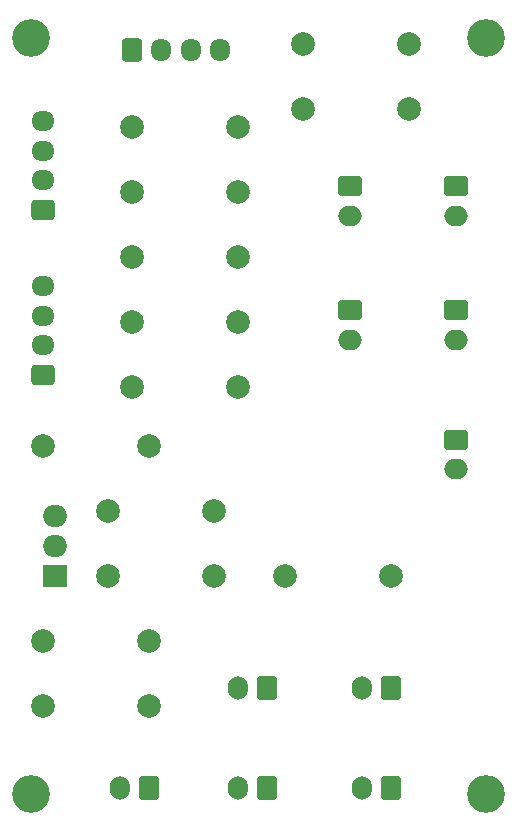
<source format=gbr>
%TF.GenerationSoftware,KiCad,Pcbnew,(6.0.7)*%
%TF.CreationDate,2022-08-05T13:32:27+01:00*%
%TF.ProjectId,ir_sensor,69725f73-656e-4736-9f72-2e6b69636164,rev?*%
%TF.SameCoordinates,Original*%
%TF.FileFunction,Soldermask,Bot*%
%TF.FilePolarity,Negative*%
%FSLAX46Y46*%
G04 Gerber Fmt 4.6, Leading zero omitted, Abs format (unit mm)*
G04 Created by KiCad (PCBNEW (6.0.7)) date 2022-08-05 13:32:27*
%MOMM*%
%LPD*%
G01*
G04 APERTURE LIST*
G04 Aperture macros list*
%AMRoundRect*
0 Rectangle with rounded corners*
0 $1 Rounding radius*
0 $2 $3 $4 $5 $6 $7 $8 $9 X,Y pos of 4 corners*
0 Add a 4 corners polygon primitive as box body*
4,1,4,$2,$3,$4,$5,$6,$7,$8,$9,$2,$3,0*
0 Add four circle primitives for the rounded corners*
1,1,$1+$1,$2,$3*
1,1,$1+$1,$4,$5*
1,1,$1+$1,$6,$7*
1,1,$1+$1,$8,$9*
0 Add four rect primitives between the rounded corners*
20,1,$1+$1,$2,$3,$4,$5,0*
20,1,$1+$1,$4,$5,$6,$7,0*
20,1,$1+$1,$6,$7,$8,$9,0*
20,1,$1+$1,$8,$9,$2,$3,0*%
G04 Aperture macros list end*
%ADD10R,2.000000X1.905000*%
%ADD11O,2.000000X1.905000*%
%ADD12C,3.200000*%
%ADD13C,2.000000*%
%ADD14RoundRect,0.250000X-0.750000X0.600000X-0.750000X-0.600000X0.750000X-0.600000X0.750000X0.600000X0*%
%ADD15O,2.000000X1.700000*%
%ADD16RoundRect,0.250000X0.600000X0.750000X-0.600000X0.750000X-0.600000X-0.750000X0.600000X-0.750000X0*%
%ADD17O,1.700000X2.000000*%
%ADD18RoundRect,0.250000X0.725000X-0.600000X0.725000X0.600000X-0.725000X0.600000X-0.725000X-0.600000X0*%
%ADD19O,1.950000X1.700000*%
%ADD20RoundRect,0.250000X-0.600000X-0.725000X0.600000X-0.725000X0.600000X0.725000X-0.600000X0.725000X0*%
%ADD21O,1.700000X1.950000*%
G04 APERTURE END LIST*
D10*
%TO.C,Q1*%
X87500000Y-74500000D03*
D11*
X87500000Y-71960000D03*
X87500000Y-69420000D03*
%TD*%
D12*
%TO.C,REF\u002A\u002A*%
X124000000Y-29000000D03*
%TD*%
%TO.C,REF\u002A\u002A*%
X85500000Y-93000000D03*
%TD*%
%TO.C,REF\u002A\u002A*%
X124000000Y-93000000D03*
%TD*%
%TO.C,REF\u002A\u002A*%
X85500000Y-29000000D03*
%TD*%
D13*
%TO.C,R13*%
X103000000Y-53000000D03*
X94000000Y-53000000D03*
%TD*%
%TO.C,R12*%
X103000000Y-58500000D03*
X94000000Y-58500000D03*
%TD*%
%TO.C,R11*%
X103000000Y-42000000D03*
X94000000Y-42000000D03*
%TD*%
%TO.C,R10*%
X103000000Y-47500000D03*
X94000000Y-47500000D03*
%TD*%
%TO.C,R9*%
X108500000Y-35000000D03*
X117500000Y-35000000D03*
%TD*%
%TO.C,R8*%
X108500000Y-29500000D03*
X117500000Y-29500000D03*
%TD*%
%TO.C,R7*%
X116000000Y-74500000D03*
X107000000Y-74500000D03*
%TD*%
%TO.C,R6*%
X95500000Y-85500000D03*
X86500000Y-85500000D03*
%TD*%
%TO.C,R5*%
X101000000Y-74500000D03*
X92000000Y-74500000D03*
%TD*%
%TO.C,R4*%
X95500000Y-63500000D03*
X86500000Y-63500000D03*
%TD*%
%TO.C,R3*%
X95500000Y-80000000D03*
X86500000Y-80000000D03*
%TD*%
D14*
%TO.C,J13*%
X112500000Y-52000000D03*
D15*
X112500000Y-54500000D03*
%TD*%
D14*
%TO.C,J12*%
X121500000Y-63000000D03*
D15*
X121500000Y-65500000D03*
%TD*%
D14*
%TO.C,J11*%
X121500000Y-41500000D03*
D15*
X121500000Y-44000000D03*
%TD*%
D14*
%TO.C,J10*%
X121500000Y-52000000D03*
D15*
X121500000Y-54500000D03*
%TD*%
D14*
%TO.C,J9*%
X112500000Y-41500000D03*
D15*
X112500000Y-44000000D03*
%TD*%
D16*
%TO.C,J8*%
X116000000Y-84000000D03*
D17*
X113500000Y-84000000D03*
%TD*%
D16*
%TO.C,J7*%
X105500000Y-92500000D03*
D17*
X103000000Y-92500000D03*
%TD*%
D16*
%TO.C,J6*%
X116000000Y-92500000D03*
D17*
X113500000Y-92500000D03*
%TD*%
D16*
%TO.C,J5*%
X95500000Y-92500000D03*
D17*
X93000000Y-92500000D03*
%TD*%
D16*
%TO.C,J4*%
X105500000Y-84000000D03*
D17*
X103000000Y-84000000D03*
%TD*%
D18*
%TO.C,J3*%
X86500000Y-57500000D03*
D19*
X86500000Y-55000000D03*
X86500000Y-52500000D03*
X86500000Y-50000000D03*
%TD*%
D18*
%TO.C,J2*%
X86500000Y-43500000D03*
D19*
X86500000Y-41000000D03*
X86500000Y-38500000D03*
X86500000Y-36000000D03*
%TD*%
D13*
%TO.C,R2*%
X103000000Y-36500000D03*
X94000000Y-36500000D03*
%TD*%
%TO.C,R1*%
X101000000Y-69000000D03*
X92000000Y-69000000D03*
%TD*%
D20*
%TO.C,J1*%
X94000000Y-30000000D03*
D21*
X96500000Y-30000000D03*
X99000000Y-30000000D03*
X101500000Y-30000000D03*
%TD*%
M02*

</source>
